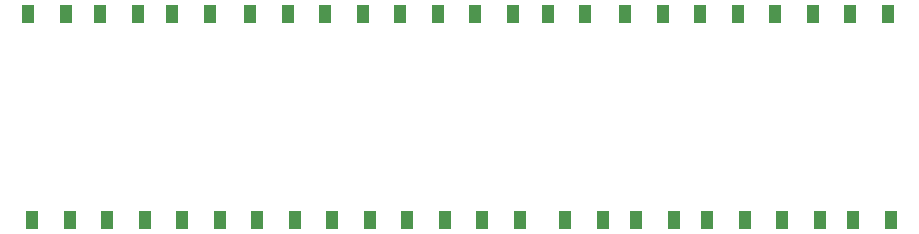
<source format=gbr>
%TF.GenerationSoftware,Altium Limited,Altium Designer,24.1.2 (44)*%
G04 Layer_Color=8421504*
%FSLAX45Y45*%
%MOMM*%
%TF.SameCoordinates,7409CC48-22DB-44E9-B9CF-AE3C77DAA70A*%
%TF.FilePolarity,Positive*%
%TF.FileFunction,Paste,Top*%
%TF.Part,Single*%
G01*
G75*
%TA.AperFunction,SMDPad,CuDef*%
%ADD11R,1.00000X1.50000*%
D11*
X284500Y2667000D02*
D03*
X604500D02*
D03*
X919500D02*
D03*
X1239500D02*
D03*
X1554500D02*
D03*
X1874500D02*
D03*
X2189500D02*
D03*
X2509500D02*
D03*
X5395000D02*
D03*
X5715000D02*
D03*
X2824500D02*
D03*
X3144500D02*
D03*
X3459500D02*
D03*
X3779500D02*
D03*
X4094500D02*
D03*
X4414500D02*
D03*
X2761000Y4406900D02*
D03*
X3081000D02*
D03*
X4793000Y2667000D02*
D03*
X5113000D02*
D03*
X6319500D02*
D03*
X5999500D02*
D03*
X6634500D02*
D03*
X6954500D02*
D03*
X246400Y4406900D02*
D03*
X566400D02*
D03*
X3716000D02*
D03*
X3396000D02*
D03*
X2446000D02*
D03*
X2126000D02*
D03*
X4968200D02*
D03*
X4648200D02*
D03*
X5621000D02*
D03*
X5301000D02*
D03*
X6256000D02*
D03*
X5936000D02*
D03*
X6891000D02*
D03*
X6571000D02*
D03*
X7526000D02*
D03*
X7206000D02*
D03*
X1176000D02*
D03*
X856000D02*
D03*
X1785600D02*
D03*
X1465600D02*
D03*
X4351000D02*
D03*
X4031000D02*
D03*
X7236500Y2667000D02*
D03*
X7556500D02*
D03*
%TF.MD5,3e84bcb42039831097a24265516d5635*%
M02*

</source>
